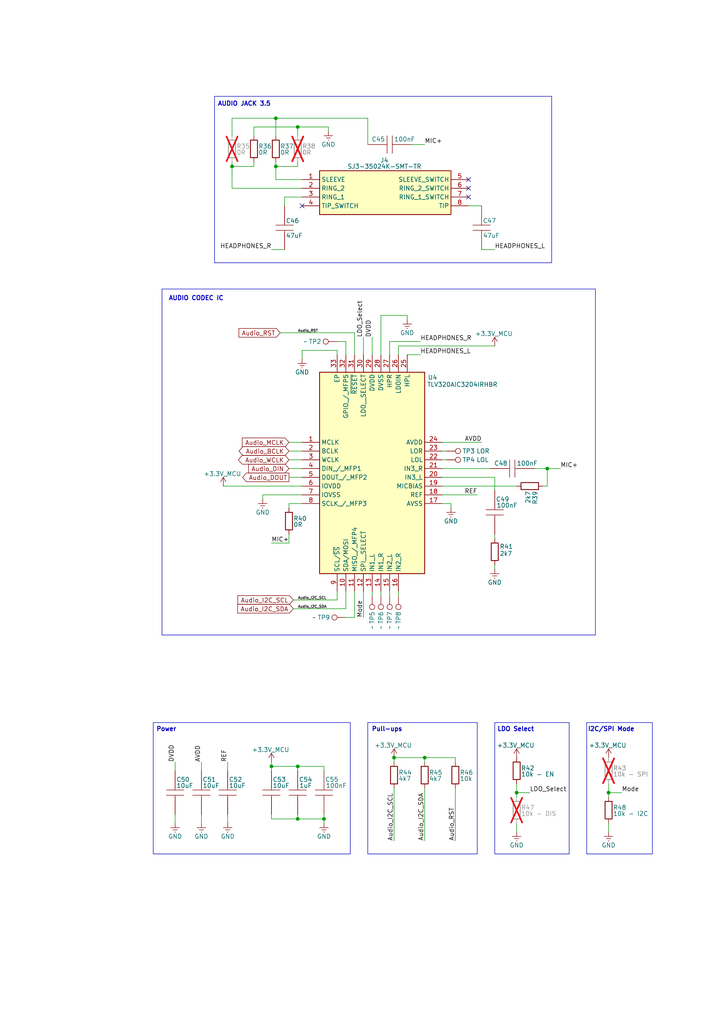
<source format=kicad_sch>
(kicad_sch (version 20231120) (generator "eeschema") (generator_version "8.0")
  (paper "A4" portrait)
  (lib_symbols
    (symbol "Connector:TestPoint" (pin_numbers hide) (pin_names (offset 0.762) hide)
      (property "Reference" "TP" (at 0 6.858 0))
      (property "Value" "TestPoint" (at 0 5.08 0))
      (symbol "TestPoint_0_1"
        (circle (center 0 3.302) (radius 0.762))
      )
      (symbol "TestPoint_1_1"
        (pin passive line (at 0 0 90) (length 2.54) (name "1") (number "1"))
      )
    )
    (symbol "Device:R" (pin_numbers hide) (pin_names (offset 0))
      (property "Reference" "R" (at 2.032 0 90))
      (property "Value" "R" (at 0 0 90))
      (symbol "R_0_1"
        (rectangle (start -1.016 -2.54) (end 1.016 2.54) (stroke (width 0.254)))
      )
      (symbol "R_1_1"
        (pin passive line (at 0 3.81 270) (length 1.27) (name "~") (number "1"))
        (pin passive line (at 0 -3.81 90) (length 1.27) (name "~") (number "2"))
      )
    )
    (symbol "RA8M1:885012205092" (pin_numbers hide) (pin_names (offset 0.762))
      (property "Reference" "C" (at 8.89 6.35 0))
      (property "Value" "885012205092" (at 8.89 3.81 0))
      (symbol "885012205092_0_0"
        (pin passive line (at 0 0 0) (length 5.08) (name "~") (number "1"))
        (pin passive line (at 12.7 0 180) (length 5.08) (name "~") (number "2"))
      )
      (symbol "885012205092_0_1"
        (polyline (pts (xy 5.08 0) (xy 5.588 0)) (stroke (width 0.1524)))
        (polyline (pts (xy 5.588 2.54) (xy 5.588 -2.54)) (stroke (width 0.1524)))
        (polyline (pts (xy 7.112 0) (xy 7.62 0)) (stroke (width 0.1524)))
        (polyline (pts (xy 7.112 2.54) (xy 7.112 -2.54)) (stroke (width 0.1524)))
      )
    )
    (symbol "RA8M1:SJ3-35024K-SMT-TR"
      (property "Reference" "J" (at 44.45 7.62 0))
      (property "Value" "SJ3-35024K-SMT-TR" (at 44.45 5.08 0))
      (symbol "SJ3-35024K-SMT-TR_1_1"
        (rectangle (start 5.08 2.54) (end 43.18 -10.16) (stroke (width 0.254)) (fill (type background)))
        (pin passive line (at 0 0 0) (length 5.08) (name "SLEEVE") (number "1"))
        (pin passive line (at 0 -2.54 0) (length 5.08) (name "RING_2") (number "2"))
        (pin passive line (at 0 -5.08 0) (length 5.08) (name "RING_1") (number "3"))
        (pin passive line (at 0 -7.62 0) (length 5.08) (name "TIP_SWITCH") (number "4"))
        (pin passive line (at 48.26 0 180) (length 5.08) (name "SLEEVE_SWITCH") (number "5"))
        (pin passive line (at 48.26 -2.54 180) (length 5.08) (name "RING_2_SWITCH") (number "6"))
        (pin passive line (at 48.26 -5.08 180) (length 5.08) (name "RING_1_SWITCH") (number "7"))
        (pin passive line (at 48.26 -7.62 180) (length 5.08) (name "TIP") (number "8"))
      )
    )
    (symbol "RA8M1:TLV320AIC3204IRHBR"
      (property "Reference" "IC" (at 36.83 25.4 0))
      (property "Value" "TLV320AIC3204IRHBR" (at 36.83 22.86 0))
      (symbol "TLV320AIC3204IRHBR_1_1"
        (rectangle (start 5.08 20.32) (end 35.56 -38.1) (stroke (width 0.254)) (fill (type background)))
        (pin passive line (at 0 0 0) (length 5.08) (name "MCLK") (number "1"))
        (pin passive line (at 12.7 -43.18 90) (length 5.08) (name "SDA/MOSI") (number "10"))
        (pin passive line (at 15.24 -43.18 90) (length 5.08) (name "MISO_/_MFP4") (number "11"))
        (pin passive line (at 17.78 -43.18 90) (length 5.08) (name "SPI__SELECT") (number "12"))
        (pin passive line (at 20.32 -43.18 90) (length 5.08) (name "IN1_L") (number "13"))
        (pin passive line (at 22.86 -43.18 90) (length 5.08) (name "IN1_R") (number "14"))
        (pin passive line (at 25.4 -43.18 90) (length 5.08) (name "IN2_L") (number "15"))
        (pin passive line (at 27.94 -43.18 90) (length 5.08) (name "IN2_R") (number "16"))
        (pin passive line (at 40.64 -17.78 180) (length 5.08) (name "AVSS") (number "17"))
        (pin passive line (at 40.64 -15.24 180) (length 5.08) (name "REF") (number "18"))
        (pin passive line (at 40.64 -12.7 180) (length 5.08) (name "MICBIAS") (number "19"))
        (pin passive line (at 0 -2.54 0) (length 5.08) (name "BCLK") (number "2"))
        (pin passive line (at 40.64 -10.16 180) (length 5.08) (name "IN3_L") (number "20"))
        (pin passive line (at 40.64 -7.62 180) (length 5.08) (name "IN3_R") (number "21"))
        (pin passive line (at 40.64 -5.08 180) (length 5.08) (name "LOL") (number "22"))
        (pin passive line (at 40.64 -2.54 180) (length 5.08) (name "LOR") (number "23"))
        (pin passive line (at 40.64 0 180) (length 5.08) (name "AVDD") (number "24"))
        (pin passive line (at 30.48 25.4 270) (length 5.08) (name "HPL") (number "25"))
        (pin passive line (at 27.94 25.4 270) (length 5.08) (name "LDOIN") (number "26"))
        (pin passive line (at 25.4 25.4 270) (length 5.08) (name "HPR") (number "27"))
        (pin passive line (at 22.86 25.4 270) (length 5.08) (name "DVSS") (number "28"))
        (pin passive line (at 20.32 25.4 270) (length 5.08) (name "DVDD") (number "29"))
        (pin passive line (at 0 -5.08 0) (length 5.08) (name "WCLK") (number "3"))
        (pin passive line (at 17.78 25.4 270) (length 5.08) (name "LDO__SELECT") (number "30"))
        (pin passive line (at 15.24 25.4 270) (length 5.08) (name "~{RESET}") (number "31"))
        (pin passive line (at 12.7 25.4 270) (length 5.08) (name "GPIO_/_MFP5") (number "32"))
        (pin passive line (at 10.16 25.4 270) (length 5.08) (name "EP") (number "33"))
        (pin passive line (at 0 -7.62 0) (length 5.08) (name "DIN_/_MFP1") (number "4"))
        (pin passive line (at 0 -10.16 0) (length 5.08) (name "DOUT_/_MFP2") (number "5"))
        (pin passive line (at 0 -12.7 0) (length 5.08) (name "IOVDD") (number "6"))
        (pin passive line (at 0 -15.24 0) (length 5.08) (name "IOVSS") (number "7"))
        (pin passive line (at 0 -17.78 0) (length 5.08) (name "SCLK_/_MFP3") (number "8"))
        (pin passive line (at 10.16 -43.18 90) (length 5.08) (name "SCL/~{SS}") (number "9"))
      )
    )
    (symbol "power:+3.3V" (power) (pin_numbers hide) (pin_names (offset 0) hide)
      (property "Value" "+3.3V" (at 0 3.556 0))
      (symbol "+3.3V_0_1"
        (polyline (pts (xy -0.762 1.27) (xy 0 2.54)))
        (polyline (pts (xy 0 0) (xy 0 2.54)))
        (polyline (pts (xy 0 2.54) (xy 0.762 1.27)))
      )
      (symbol "+3.3V_1_1"
        (pin power_in line (at 0 0 90) (length 0) (name "~") (number "1"))
      )
    )
    (symbol "power:Earth" (power) (pin_numbers hide) (pin_names (offset 0) hide)
      (property "Value" "Earth" (at 0 -3.81 0))
      (symbol "Earth_0_1"
        (polyline (pts (xy -0.635 -1.905) (xy 0.635 -1.905)))
        (polyline (pts (xy -0.127 -2.54) (xy 0.127 -2.54)))
        (polyline (pts (xy 0 -1.27) (xy 0 0)))
        (polyline (pts (xy 1.27 -1.27) (xy -1.27 -1.27)))
      )
      (symbol "Earth_1_1"
        (pin power_in line (at 0 0 270) (length 0) (name "~") (number "1"))
      )
    )
  )
  (junction (at 149.86 229.87))
  (junction (at 80.01 34.29))
  (junction (at 86.36 36.83))
  (junction (at 176.53 229.87))
  (junction (at 114.3 219.71))
  (junction (at 86.36 222.25))
  (junction (at 78.74 222.25))
  (junction (at 93.98 237.49))
  (junction (at 86.36 237.49))
  (junction (at 123.19 219.71))
  (junction (at 67.31 48.26))
  (junction (at 80.01 48.26))
  (junction (at 158.75 135.89))
  (no_connect (at 135.89 52.07))
  (no_connect (at 135.89 57.15))
  (no_connect (at 87.63 59.69))
  (no_connect (at 135.89 54.61))
  (wire (pts (xy 100.33 179.07) (xy 102.87 179.07)))
  (wire (pts (xy 105.41 97.79) (xy 105.41 102.87)))
  (wire (pts (xy 143.51 72.39) (xy 139.7 72.39)))
  (wire (pts (xy 80.01 34.29) (xy 80.01 39.37)))
  (wire (pts (xy 87.63 146.05) (xy 83.82 146.05)))
  (wire (pts (xy 86.36 222.25) (xy 78.74 222.25)))
  (wire (pts (xy 86.36 236.22) (xy 86.36 237.49)))
  (wire (pts (xy 123.19 219.71) (xy 123.19 220.98)))
  (wire (pts (xy 80.01 52.07) (xy 80.01 48.26)))
  (wire (pts (xy 76.2 143.51) (xy 76.2 144.78)))
  (wire (pts (xy 78.74 220.98) (xy 78.74 222.25)))
  (wire (pts (xy 80.01 48.26) (xy 80.01 46.99)))
  (wire (pts (xy 107.95 171.45) (xy 107.95 172.72)))
  (wire (pts (xy 58.42 220.98) (xy 58.42 223.52)))
  (wire (pts (xy 114.3 243.84) (xy 114.3 228.6)))
  (wire (pts (xy 100.33 176.53) (xy 100.33 171.45)))
  (wire (pts (xy 132.08 219.71) (xy 132.08 220.98)))
  (wire (pts (xy 93.98 223.52) (xy 93.98 222.25)))
  (wire (pts (xy 93.98 237.49) (xy 93.98 236.22)))
  (wire (pts (xy 67.31 34.29) (xy 80.01 34.29)))
  (wire (pts (xy 78.74 222.25) (xy 78.74 223.52)))
  (wire (pts (xy 149.86 229.87) (xy 149.86 231.14)))
  (wire (pts (xy 176.53 227.33) (xy 176.53 229.87)))
  (wire (pts (xy 118.11 91.44) (xy 110.49 91.44)))
  (wire (pts (xy 78.74 236.22) (xy 78.74 237.49)))
  (wire (pts (xy 130.81 146.05) (xy 130.81 147.32)))
  (wire (pts (xy 97.79 101.6) (xy 87.63 101.6)))
  (wire (pts (xy 86.36 223.52) (xy 86.36 222.25)))
  (wire (pts (xy 139.7 128.27) (xy 128.27 128.27)))
  (wire (pts (xy 95.25 36.83) (xy 95.25 38.1)))
  (wire (pts (xy 105.41 179.07) (xy 105.41 171.45)))
  (wire (pts (xy 123.19 219.71) (xy 132.08 219.71)))
  (wire (pts (xy 128.27 135.89) (xy 142.24 135.89)))
  (wire (pts (xy 58.42 238.76) (xy 58.42 236.22)))
  (wire (pts (xy 85.09 176.53) (xy 100.33 176.53)))
  (wire (pts (xy 78.74 237.49) (xy 86.36 237.49)))
  (wire (pts (xy 80.01 34.29) (xy 106.68 34.29)))
  (wire (pts (xy 97.79 99.06) (xy 100.33 99.06)))
  (wire (pts (xy 100.33 99.06) (xy 100.33 102.87)))
  (wire (pts (xy 78.74 157.48) (xy 83.82 157.48)))
  (wire (pts (xy 83.82 146.05) (xy 83.82 147.32)))
  (wire (pts (xy 86.36 237.49) (xy 93.98 237.49)))
  (wire (pts (xy 135.89 59.69) (xy 139.7 59.69)))
  (wire (pts (xy 67.31 39.37) (xy 67.31 34.29)))
  (wire (pts (xy 115.57 171.45) (xy 115.57 172.72)))
  (wire (pts (xy 66.04 238.76) (xy 66.04 236.22)))
  (wire (pts (xy 110.49 91.44) (xy 110.49 102.87)))
  (wire (pts (xy 83.82 130.81) (xy 87.63 130.81)))
  (wire (pts (xy 50.8 238.76) (xy 50.8 236.22)))
  (wire (pts (xy 64.77 140.97) (xy 87.63 140.97)))
  (wire (pts (xy 82.55 57.15) (xy 87.63 57.15)))
  (wire (pts (xy 115.57 100.33) (xy 115.57 102.87)))
  (wire (pts (xy 158.75 135.89) (xy 162.56 135.89)))
  (wire (pts (xy 87.63 101.6) (xy 87.63 104.14)))
  (wire (pts (xy 97.79 102.87) (xy 97.79 101.6)))
  (wire (pts (xy 176.53 238.76) (xy 176.53 241.3)))
  (wire (pts (xy 97.79 173.99) (xy 97.79 171.45)))
  (wire (pts (xy 83.82 133.35) (xy 87.63 133.35)))
  (wire (pts (xy 153.67 229.87) (xy 149.86 229.87)))
  (wire (pts (xy 106.68 34.29) (xy 106.68 41.91)))
  (wire (pts (xy 138.43 143.51) (xy 128.27 143.51)))
  (wire (pts (xy 143.51 142.24) (xy 143.51 138.43)))
  (wire (pts (xy 83.82 128.27) (xy 87.63 128.27)))
  (wire (pts (xy 107.95 97.79) (xy 107.95 102.87)))
  (wire (pts (xy 158.75 140.97) (xy 158.75 135.89)))
  (wire (pts (xy 102.87 96.52) (xy 102.87 102.87)))
  (wire (pts (xy 113.03 171.45) (xy 113.03 172.72)))
  (wire (pts (xy 143.51 154.94) (xy 143.51 156.21)))
  (wire (pts (xy 121.92 99.06) (xy 113.03 99.06)))
  (wire (pts (xy 87.63 143.51) (xy 76.2 143.51)))
  (wire (pts (xy 154.94 135.89) (xy 158.75 135.89)))
  (wire (pts (xy 67.31 48.26) (xy 73.66 48.26)))
  (wire (pts (xy 93.98 238.76) (xy 93.98 237.49)))
  (wire (pts (xy 132.08 243.84) (xy 132.08 228.6)))
  (wire (pts (xy 123.19 41.91) (xy 119.38 41.91)))
  (wire (pts (xy 123.19 243.84) (xy 123.19 228.6)))
  (wire (pts (xy 143.51 138.43) (xy 128.27 138.43)))
  (wire (pts (xy 82.55 59.69) (xy 82.55 57.15)))
  (wire (pts (xy 86.36 36.83) (xy 86.36 39.37)))
  (wire (pts (xy 157.48 140.97) (xy 158.75 140.97)))
  (wire (pts (xy 66.04 220.98) (xy 66.04 223.52)))
  (wire (pts (xy 149.86 238.76) (xy 149.86 241.3)))
  (wire (pts (xy 86.36 36.83) (xy 95.25 36.83)))
  (wire (pts (xy 113.03 99.06) (xy 113.03 102.87)))
  (wire (pts (xy 81.28 96.52) (xy 102.87 96.52)))
  (wire (pts (xy 180.34 229.87) (xy 176.53 229.87)))
  (wire (pts (xy 114.3 220.98) (xy 114.3 219.71)))
  (wire (pts (xy 83.82 157.48) (xy 83.82 154.94)))
  (wire (pts (xy 143.51 165.1) (xy 143.51 163.83)))
  (wire (pts (xy 83.82 138.43) (xy 87.63 138.43)))
  (wire (pts (xy 118.11 91.44) (xy 118.11 92.71)))
  (wire (pts (xy 128.27 130.81) (xy 129.54 130.81)))
  (wire (pts (xy 86.36 48.26) (xy 86.36 46.99)))
  (wire (pts (xy 83.82 135.89) (xy 87.63 135.89)))
  (wire (pts (xy 85.09 173.99) (xy 97.79 173.99)))
  (wire (pts (xy 80.01 48.26) (xy 86.36 48.26)))
  (wire (pts (xy 50.8 220.98) (xy 50.8 223.52)))
  (wire (pts (xy 149.86 227.33) (xy 149.86 229.87)))
  (wire (pts (xy 93.98 222.25) (xy 86.36 222.25)))
  (wire (pts (xy 73.66 39.37) (xy 73.66 36.83)))
  (wire (pts (xy 78.74 72.39) (xy 82.55 72.39)))
  (wire (pts (xy 73.66 48.26) (xy 73.66 46.99)))
  (wire (pts (xy 67.31 54.61) (xy 67.31 48.26)))
  (wire (pts (xy 128.27 146.05) (xy 130.81 146.05)))
  (wire (pts (xy 73.66 36.83) (xy 86.36 36.83)))
  (wire (pts (xy 121.92 102.87) (xy 118.11 102.87)))
  (wire (pts (xy 87.63 52.07) (xy 80.01 52.07)))
  (wire (pts (xy 143.51 100.33) (xy 115.57 100.33)))
  (wire (pts (xy 128.27 133.35) (xy 129.54 133.35)))
  (wire (pts (xy 102.87 179.07) (xy 102.87 171.45)))
  (wire (pts (xy 128.27 140.97) (xy 149.86 140.97)))
  (wire (pts (xy 87.63 54.61) (xy 67.31 54.61)))
  (wire (pts (xy 67.31 48.26) (xy 67.31 46.99)))
  (wire (pts (xy 110.49 171.45) (xy 110.49 172.72)))
  (wire (pts (xy 114.3 219.71) (xy 123.19 219.71)))
  (wire (pts (xy 176.53 229.87) (xy 176.53 231.14)))
  (rectangle (start 62.23 27.94) (end 160.02 76.2))
  (rectangle (start 44.45 209.55) (end 101.6 247.65))
  (rectangle (start 106.68 209.55) (end 138.43 247.65))
  (rectangle (start 46.99 83.82) (end 172.72 184.15))
  (rectangle (start 170.18 209.55) (end 189.23 247.65))
  (rectangle (start 143.51 209.55) (end 165.1 247.65))
  (text "LDO Select" (at 149.606 211.582 0) (effects (font (size 1.27 1.27) (thickness 0.254) (bold yes))))
  (text "AUDIO JACK 3.5" (at 70.866 30.226 0) (effects (font (size 1.27 1.27) (thickness 0.254) (bold yes))))
  (text "AUDIO CODEC IC" (at 56.896 86.614 0) (effects (font (size 1.27 1.27) (thickness 0.254) (bold yes))))
  (text "Power" (at 48.26 211.582 0) (effects (font (size 1.27 1.27) (thickness 0.254) (bold yes))))
  (text "I2C/SPI Mode" (at 177.292 211.582 0) (effects (font (size 1.27 1.27) (thickness 0.254) (bold yes))))
  (text "Pull-ups" (at 112.268 211.582 0) (effects (font (size 1.27 1.27) (thickness 0.254) (bold yes))))
  (label "HEADPHONES_R" (at 78.74 72.39 180))
  (label "MIC+" (at 123.19 41.91 0))
  (label "MIC+" (at 162.56 135.89 0))
  (label "Audio_RST" (at 132.08 243.84 90))
  (label "Audio_I2C_SCL" (at 114.3 243.84 90))
  (label "AVDD" (at 139.7 128.27 180))
  (label "Mode" (at 105.41 179.07 90))
  (label "Audio_I2C_SDA" (at 86.36 176.53 0) (effects (font (size 0.762 0.762))))
  (label "AVDD" (at 58.42 220.98 90))
  (label "Mode" (at 180.34 229.87 0))
  (label "Audio_RST" (at 86.36 96.52 0) (effects (font (size 0.762 0.762))))
  (label "Audio_I2C_SDA" (at 123.19 243.84 90))
  (label "DVDD" (at 107.95 97.79 90))
  (label "Audio_I2C_SCL" (at 86.36 173.99 0) (effects (font (size 0.762 0.762))))
  (label "REF" (at 138.43 143.51 180))
  (label "LDO_Select" (at 105.41 97.79 90))
  (label "HEADPHONES_L" (at 143.51 72.39 0))
  (label "LDO_Select" (at 153.67 229.87 0))
  (label "REF" (at 66.04 220.98 90))
  (label "DVDD" (at 50.8 220.98 90))
  (label "MIC+" (at 78.74 157.48 0))
  (label "HEADPHONES_R" (at 121.92 99.06 0))
  (label "HEADPHONES_L" (at 121.92 102.87 0))
  (global_label "Audio_I2C_SDA" (shape input) (at 85.09 176.53 180) (property "Intersheetrefs" "${INTERSHEET_REFS}" (effects (hide yes))))
  (global_label "Audio_RST" (shape input) (at 81.28 96.52 180) (property "Intersheetrefs" "${INTERSHEET_REFS}" (effects (hide yes))))
  (global_label "Audio_BCLK" (shape bidirectional) (at 83.82 130.81 180) (property "Intersheetrefs" "${INTERSHEET_REFS}" (effects (hide yes))))
  (global_label "Audio_MCLK" (shape input) (at 83.82 128.27 180) (property "Intersheetrefs" "${INTERSHEET_REFS}" (effects (hide yes))))
  (global_label "Audio_DOUT" (shape output) (at 83.82 138.43 180) (property "Intersheetrefs" "${INTERSHEET_REFS}" (effects (hide yes))))
  (global_label "Audio_I2C_SCL" (shape input) (at 85.09 173.99 180) (property "Intersheetrefs" "${INTERSHEET_REFS}" (effects (hide yes))))
  (global_label "Audio_WCLK" (shape bidirectional) (at 83.82 133.35 180) (property "Intersheetrefs" "${INTERSHEET_REFS}" (effects (hide yes))))
  (global_label "Audio_DIN" (shape input) (at 83.82 135.89 180) (property "Intersheetrefs" "${INTERSHEET_REFS}" (effects (hide yes))))
  (symbol (lib_id "Device:R") (at 149.86 234.95 0) (unit 1) (dnp yes)
    (property "Reference" "R47" (at 151.13 234.188 0) (effects (justify left)))
    (property "Value" "10k - DIS" (at 151.13 235.966 0) (effects (justify left)))
    (property "Footprint" "Resistor_SMD:R_0402_1005Metric" (effects (hide yes)))
    (property "Description" "Resistor" (effects (hide yes)))
    (property "Manufacturer" "Würth Elektronik" (effects (hide yes)))
    (property "MPN" "560112110020" (effects (hide yes)))
  )
  (symbol (lib_id "power:+3.3V") (at 143.51 100.33 0) (unit 1)
    (property "Reference" "#PWR068" (effects (hide yes)))
    (property "Value" "+3.3V_MCU" (at 143.256 96.774 0))
    (property "Description" "Power symbol creates a global label with name \"+3.3V\"" (effects (hide yes)))
  )
  (symbol (lib_id "RA8M1:885012205092") (at 66.04 236.22 90) (unit 1)
    (property "Reference" "C52" (at 68.326 226.06 90))
    (property "Value" "10uF" (at 68.834 227.838 90))
    (property "Footprint" "Capacitor_SMD:C_0402_1005Metric" (effects (hide yes)))
    (property "Height" "0.7" (effects (hide yes)))
    (property "Manufacturer" "Wurth Elektronik" (effects (hide yes)))
    (property "MPN" "885012105020" (effects (hide yes)))
  )
  (symbol (lib_id "Connector:TestPoint") (at 129.54 130.81 270) (unit 1)
    (property "Reference" "TP3" (at 134.112 130.81 90) (effects (justify left)))
    (property "Value" "LOR" (at 138.176 130.81 90) (effects (justify left)))
    (property "Footprint" "RA8M1:TestPoint_0.5mm" (effects (hide yes)))
    (property "Description" "test point" (effects (hide yes)))
  )
  (symbol (lib_id "power:Earth") (at 66.04 238.76 0) (unit 1)
    (property "Reference" "#PWR080" (effects (hide yes)))
    (property "Value" "GND" (at 66.04 242.57 0))
    (property "Description" "Power symbol creates a global label with name \"Earth\"" (effects (hide yes)))
  )
  (symbol (lib_id "power:Earth") (at 149.86 241.3 0) (unit 1)
    (property "Reference" "#PWR082" (effects (hide yes)))
    (property "Value" "GND" (at 149.86 245.11 0))
    (property "Description" "Power symbol creates a global label with name \"Earth\"" (effects (hide yes)))
  )
  (symbol (lib_id "Device:R") (at 67.31 43.18 0) (unit 1) (dnp yes)
    (property "Reference" "R35" (at 68.58 42.418 0) (effects (justify left)))
    (property "Value" "0R" (at 68.58 44.196 0) (effects (justify left)))
    (property "Footprint" "Resistor_SMD:R_0402_1005Metric" (effects (hide yes)))
    (property "Description" "Resistor" (effects (hide yes)))
    (property "Manufacturer" "Würth Elektronik" (effects (hide yes)))
    (property "MPN" " 560112110001" (effects (hide yes)))
  )
  (symbol (lib_id "Device:R") (at 132.08 224.79 0) (unit 1)
    (property "Reference" "R46" (at 133.35 224.028 0) (effects (justify left)))
    (property "Value" "10k" (at 133.35 225.806 0) (effects (justify left)))
    (property "Footprint" "Resistor_SMD:R_0402_1005Metric" (effects (hide yes)))
    (property "Description" "Resistor" (effects (hide yes)))
    (property "Manufacturer" "Würth Elektronik" (effects (hide yes)))
    (property "MPN" "560112110020" (effects (hide yes)))
  )
  (symbol (lib_id "RA8M1:885012205092") (at 154.94 135.89 180) (unit 1)
    (property "Reference" "C48" (at 145.288 134.366 0))
    (property "Value" "100nF" (at 152.908 134.366 0))
    (property "Footprint" "Capacitor_SMD:C_0402_1005Metric" (effects (hide yes)))
    (property "Height" "0.7" (effects (hide yes)))
    (property "Manufacturer" "Wurth Elektronik" (effects (hide yes)))
    (property "MPN" "885012205092" (effects (hide yes)))
  )
  (symbol (lib_id "power:Earth") (at 87.63 104.14 0) (unit 1)
    (property "Reference" "#PWR069" (effects (hide yes)))
    (property "Value" "GND" (at 87.63 107.95 0))
    (property "Description" "Power symbol creates a global label with name \"Earth\"" (effects (hide yes)))
  )
  (symbol (lib_id "Device:R") (at 153.67 140.97 90) (unit 1)
    (property "Reference" "R39" (at 155.194 146.304 0) (effects (justify left)))
    (property "Value" "2k7" (at 153.162 146.05 0) (effects (justify left)))
    (property "Footprint" "Resistor_SMD:R_0402_1005Metric" (effects (hide yes)))
    (property "Description" "Resistor" (effects (hide yes)))
    (property "Manufacturer" "Würth Elektronik" (effects (hide yes)))
    (property "MPN" "560112110266" (effects (hide yes)))
  )
  (symbol (lib_id "RA8M1:TLV320AIC3204IRHBR") (at 87.63 128.27 0) (unit 1)
    (property "Reference" "U4" (at 125.476 109.474 0))
    (property "Value" "TLV320AIC3204IRHBR" (at 134.112 111.506 0))
    (property "Footprint" "RA8M1:QFN50P500X500X100-33N-D" (effects (hide yes)))
    (property "Datasheet" "http://www.ti.com/lit/gpn/tlv320aic3204" (effects (hide yes)))
    (property "Description" "Very-Low-Power Stereo Audio CODEC With PowerTune Technology" (effects (hide yes)))
    (property "Height" "1" (effects (hide yes)))
    (property "Mouser Part Number" "595-V320AIC3204IRHBR" (effects (hide yes)))
    (property "Mouser Price/Stock" "https://www.mouser.co.uk/ProductDetail/Texas-Instruments/TLV320AIC3204IRHBR?qs=QJfls%252B0L4ChDpvXOhuEdtQ%3D%3D" (effects (hide yes)))
    (property "Manufacturer_Name" "Texas Instruments" (effects (hide yes)))
    (property "Manufacturer_Part_Number" "TLV320AIC3204IRHBR" (effects (hide yes)))
  )
  (symbol (lib_id "RA8M1:885012205092") (at 78.74 236.22 90) (unit 1)
    (property "Reference" "C53" (at 81.026 226.06 90))
    (property "Value" "10uF" (at 81.534 227.838 90))
    (property "Footprint" "Capacitor_SMD:C_0402_1005Metric" (effects (hide yes)))
    (property "Height" "0.7" (effects (hide yes)))
    (property "Manufacturer" "Wurth Elektronik" (effects (hide yes)))
    (property "MPN" "885012105020" (effects (hide yes)))
  )
  (symbol (lib_id "RA8M1:885012205092") (at 143.51 154.94 90) (unit 1)
    (property "Reference" "C49" (at 145.796 144.78 90))
    (property "Value" "100nF" (at 147.066 146.558 90))
    (property "Footprint" "Capacitor_SMD:C_0402_1005Metric" (effects (hide yes)))
    (property "Height" "0.7" (effects (hide yes)))
    (property "Manufacturer" "Wurth Elektronik" (effects (hide yes)))
    (property "MPN" "885012205092" (effects (hide yes)))
  )
  (symbol (lib_id "Device:R") (at 83.82 151.13 0) (unit 1)
    (property "Reference" "R40" (at 85.09 150.368 0) (effects (justify left)))
    (property "Value" "0R" (at 85.09 152.146 0) (effects (justify left)))
    (property "Footprint" "Resistor_SMD:R_0402_1005Metric" (effects (hide yes)))
    (property "Description" "Resistor" (effects (hide yes)))
    (property "Manufacturer" "Würth Elektronik" (effects (hide yes)))
    (property "MPN" " 560112110001" (effects (hide yes)))
  )
  (symbol (lib_id "Device:R") (at 86.36 43.18 0) (unit 1) (dnp yes)
    (property "Reference" "R38" (at 87.63 42.418 0) (effects (justify left)))
    (property "Value" "0R" (at 87.63 44.196 0) (effects (justify left)))
    (property "Footprint" "Resistor_SMD:R_0402_1005Metric" (effects (hide yes)))
    (property "Description" "Resistor" (effects (hide yes)))
    (property "Manufacturer" "Würth Elektronik" (effects (hide yes)))
    (property "MPN" " 560112110001" (effects (hide yes)))
  )
  (symbol (lib_id "Connector:TestPoint") (at 129.54 133.35 270) (unit 1)
    (property "Reference" "TP4" (at 134.112 133.35 90) (effects (justify left)))
    (property "Value" "LOL" (at 138.176 133.35 90) (effects (justify left)))
    (property "Footprint" "RA8M1:TestPoint_0.5mm" (effects (hide yes)))
    (property "Description" "test point" (effects (hide yes)))
  )
  (symbol (lib_id "Connector:TestPoint") (at 110.49 172.72 180) (unit 1)
    (property "Reference" "TP6" (at 110.49 177.292 90) (effects (justify left)))
    (property "Value" "~" (at 110.49 181.356 90) (effects (justify left)))
    (property "Footprint" "RA8M1:TestPoint_0.5mm" (effects (hide yes)))
    (property "Description" "test point" (effects (hide yes)))
  )
  (symbol (lib_id "power:+3.3V") (at 149.86 219.71 0) (unit 1)
    (property "Reference" "#PWR075" (effects (hide yes)))
    (property "Value" "+3.3V_MCU" (at 149.606 216.154 0))
    (property "Description" "Power symbol creates a global label with name \"+3.3V\"" (effects (hide yes)))
  )
  (symbol (lib_id "Device:R") (at 80.01 43.18 0) (unit 1)
    (property "Reference" "R37" (at 81.28 42.418 0) (effects (justify left)))
    (property "Value" "0R" (at 81.28 44.196 0) (effects (justify left)))
    (property "Footprint" "Resistor_SMD:R_0402_1005Metric" (effects (hide yes)))
    (property "Description" "Resistor" (effects (hide yes)))
    (property "Manufacturer" "Würth Elektronik" (effects (hide yes)))
    (property "MPN" " 560112110001" (effects (hide yes)))
  )
  (symbol (lib_id "RA8M1:885012205092") (at 86.36 236.22 90) (unit 1)
    (property "Reference" "C54" (at 88.646 226.06 90))
    (property "Value" "1uF" (at 88.646 227.838 90))
    (property "Footprint" "Capacitor_SMD:C_0402_1005Metric" (effects (hide yes)))
    (property "Height" "0.7" (effects (hide yes)))
    (property "Manufacturer" "Wurth Elektronik" (effects (hide yes)))
    (property "MPN" "885012105006" (effects (hide yes)))
  )
  (symbol (lib_id "RA8M1:885012205092") (at 93.98 236.22 90) (unit 1)
    (property "Reference" "C55" (at 96.266 226.06 90))
    (property "Value" "100nF" (at 97.536 227.838 90))
    (property "Footprint" "Capacitor_SMD:C_0402_1005Metric" (effects (hide yes)))
    (property "Height" "0.7" (effects (hide yes)))
    (property "Manufacturer" "Wurth Elektronik" (effects (hide yes)))
    (property "MPN" "885012205092" (effects (hide yes)))
  )
  (symbol (lib_id "power:Earth") (at 58.42 238.76 0) (unit 1)
    (property "Reference" "#PWR079" (effects (hide yes)))
    (property "Value" "GND" (at 58.42 242.57 0))
    (property "Description" "Power symbol creates a global label with name \"Earth\"" (effects (hide yes)))
  )
  (symbol (lib_id "Connector:TestPoint") (at 97.79 99.06 90) (unit 1)
    (property "Reference" "TP2" (at 93.218 99.06 90) (effects (justify left)))
    (property "Value" "~" (at 89.154 99.06 90) (effects (justify left)))
    (property "Footprint" "RA8M1:TestPoint_0.5mm" (effects (hide yes)))
    (property "Description" "test point" (effects (hide yes)))
  )
  (symbol (lib_id "power:+3.3V") (at 176.53 219.71 0) (unit 1)
    (property "Reference" "#PWR076" (effects (hide yes)))
    (property "Value" "+3.3V_MCU" (at 176.276 216.154 0))
    (property "Description" "Power symbol creates a global label with name \"+3.3V\"" (effects (hide yes)))
  )
  (symbol (lib_id "Device:R") (at 143.51 160.02 180) (unit 1)
    (property "Reference" "R41" (at 148.844 158.496 0) (effects (justify left)))
    (property "Value" "2k7" (at 148.59 160.528 0) (effects (justify left)))
    (property "Footprint" "Resistor_SMD:R_0402_1005Metric" (effects (hide yes)))
    (property "Description" "Resistor" (effects (hide yes)))
    (property "Manufacturer" "Würth Elektronik" (effects (hide yes)))
    (property "MPN" "560112110266" (effects (hide yes)))
  )
  (symbol (lib_id "RA8M1:885012205092") (at 50.8 236.22 90) (unit 1)
    (property "Reference" "C50" (at 53.086 226.06 90))
    (property "Value" "10uF" (at 53.594 227.838 90))
    (property "Footprint" "Capacitor_SMD:C_0402_1005Metric" (effects (hide yes)))
    (property "Height" "0.7" (effects (hide yes)))
    (property "Manufacturer" "Wurth Elektronik" (effects (hide yes)))
    (property "MPN" "885012105020" (effects (hide yes)))
  )
  (symbol (lib_id "Device:R") (at 73.66 43.18 0) (unit 1)
    (property "Reference" "R36" (at 74.93 42.418 0) (effects (justify left)))
    (property "Value" "0R" (at 74.93 44.196 0) (effects (justify left)))
    (property "Footprint" "Resistor_SMD:R_0402_1005Metric" (effects (hide yes)))
    (property "Description" "Resistor" (effects (hide yes)))
    (property "Manufacturer" "Würth Elektronik" (effects (hide yes)))
    (property "MPN" " 560112110001" (effects (hide yes)))
  )
  (symbol (lib_id "power:Earth") (at 143.51 165.1 0) (unit 1)
    (property "Reference" "#PWR073" (effects (hide yes)))
    (property "Value" "GND" (at 143.51 168.91 0))
    (property "Description" "Power symbol creates a global label with name \"Earth\"" (effects (hide yes)))
  )
  (symbol (lib_id "power:Earth") (at 76.2 144.78 0) (unit 1)
    (property "Reference" "#PWR071" (effects (hide yes)))
    (property "Value" "GND" (at 76.2 148.59 0))
    (property "Description" "Power symbol creates a global label with name \"Earth\"" (effects (hide yes)))
  )
  (symbol (lib_id "Connector:TestPoint") (at 113.03 172.72 180) (unit 1)
    (property "Reference" "TP7" (at 113.03 177.292 90) (effects (justify left)))
    (property "Value" "~" (at 113.03 181.356 90) (effects (justify left)))
    (property "Footprint" "RA8M1:TestPoint_0.5mm" (effects (hide yes)))
    (property "Description" "test point" (effects (hide yes)))
  )
  (symbol (lib_id "Connector:TestPoint") (at 107.95 172.72 180) (unit 1)
    (property "Reference" "TP5" (at 107.95 177.292 90) (effects (justify left)))
    (property "Value" "~" (at 107.95 181.356 90) (effects (justify left)))
    (property "Footprint" "RA8M1:TestPoint_0.5mm" (effects (hide yes)))
    (property "Description" "test point" (effects (hide yes)))
  )
  (symbol (lib_id "Device:R") (at 176.53 223.52 0) (unit 1) (dnp yes)
    (property "Reference" "R43" (at 177.8 222.758 0) (effects (justify left)))
    (property "Value" "10k - SPI" (at 177.8 224.536 0) (effects (justify left)))
    (property "Footprint" "Resistor_SMD:R_0402_1005Metric" (effects (hide yes)))
    (property "Description" "Resistor" (effects (hide yes)))
    (property "Manufacturer" "Würth Elektronik" (effects (hide yes)))
    (property "MPN" "560112110020" (effects (hide yes)))
  )
  (symbol (lib_id "Device:R") (at 114.3 224.79 0) (unit 1)
    (property "Reference" "R44" (at 115.57 224.028 0) (effects (justify left)))
    (property "Value" "4k7" (at 115.57 225.806 0) (effects (justify left)))
    (property "Footprint" "Resistor_SMD:R_0402_1005Metric" (effects (hide yes)))
    (property "Description" "Resistor" (effects (hide yes)))
    (property "Manufacturer" "Würth Elektronik" (effects (hide yes)))
    (property "MPN" "560112110245" (effects (hide yes)))
  )
  (symbol (lib_id "RA8M1:SJ3-35024K-SMT-TR") (at 87.63 52.07 0) (unit 1)
    (property "Reference" "J4" (at 111.506 46.482 0))
    (property "Value" "SJ3-35024K-SMT-TR" (at 111.506 48.26 0))
    (property "Footprint" "RA8M1:SJ335024KSMTTR" (effects (hide yes)))
    (property "Datasheet" "https://www.sameskydevices.com/product/resource/supplyframepdf/sj3-35024k-smt-tr.pdf" (effects (hide yes)))
    (property "Description" "3.5 mm Stereo Jack, Surface Mount, 4 Conductors, 4 Internal Switches,  Tape & Reel Packaging" (effects (hide yes)))
    (property "Height" "5.65" (effects (hide yes)))
    (property "Mouser Part Number" "179-SJ3-35024K-SMTTR" (effects (hide yes)))
    (property "Mouser Price/Stock" "https://www.mouser.co.uk/ProductDetail/CUI-Devices/SJ3-35024K-SMT-TR?qs=IKkN%2F947nfAGeqZNQaFZ2g%3D%3D" (effects (hide yes)))
    (property "Manufacturer" "Same Sky" (effects (hide yes)))
    (property "MPN" "SJ3-35024K-SMT-TR" (effects (hide yes)))
  )
  (symbol (lib_id "power:Earth") (at 176.53 241.3 0) (unit 1)
    (property "Reference" "#PWR083" (effects (hide yes)))
    (property "Value" "GND" (at 176.53 245.11 0))
    (property "Description" "Power symbol creates a global label with name \"Earth\"" (effects (hide yes)))
  )
  (symbol (lib_id "Device:R") (at 176.53 234.95 0) (unit 1)
    (property "Reference" "R48" (at 177.8 234.188 0) (effects (justify left)))
    (property "Value" "10k - I2C" (at 177.8 235.966 0) (effects (justify left)))
    (property "Footprint" "Resistor_SMD:R_0402_1005Metric" (effects (hide yes)))
    (property "Description" "Resistor" (effects (hide yes)))
    (property "Manufacturer" "Würth Elektronik" (effects (hide yes)))
    (property "MPN" "560112110020" (effects (hide yes)))
  )
  (symbol (lib_id "power:+3.3V") (at 114.3 219.71 0) (unit 1)
    (property "Reference" "#PWR074" (effects (hide yes)))
    (property "Value" "+3.3V_MCU" (at 114.046 216.154 0))
    (property "Description" "Power symbol creates a global label with name \"+3.3V\"" (effects (hide yes)))
  )
  (symbol (lib_id "RA8M1:885012205092") (at 119.38 41.91 180) (unit 1)
    (property "Reference" "C45" (at 109.728 40.386 0))
    (property "Value" "100nF" (at 117.348 40.386 0))
    (property "Footprint" "Capacitor_SMD:C_0402_1005Metric" (effects (hide yes)))
    (property "Height" "0.7" (effects (hide yes)))
    (property "Manufacturer" "Wurth Elektronik" (effects (hide yes)))
    (property "MPN" "885012205092" (effects (hide yes)))
  )
  (symbol (lib_id "power:+3.3V") (at 64.77 140.97 0) (unit 1)
    (property "Reference" "#PWR070" (effects (hide yes)))
    (property "Value" "+3.3V_MCU" (at 64.516 137.414 0))
    (property "Description" "Power symbol creates a global label with name \"+3.3V\"" (effects (hide yes)))
  )
  (symbol (lib_id "Connector:TestPoint") (at 115.57 172.72 180) (unit 1)
    (property "Reference" "TP8" (at 115.57 177.292 90) (effects (justify left)))
    (property "Value" "~" (at 115.57 181.356 90) (effects (justify left)))
    (property "Footprint" "RA8M1:TestPoint_0.5mm" (effects (hide yes)))
    (property "Description" "test point" (effects (hide yes)))
  )
  (symbol (lib_id "Connector:TestPoint") (at 100.33 179.07 90) (unit 1)
    (property "Reference" "TP9" (at 95.758 179.07 90) (effects (justify left)))
    (property "Value" "~" (at 91.694 179.07 90) (effects (justify left)))
    (property "Footprint" "RA8M1:TestPoint_0.5mm" (effects (hide yes)))
    (property "Description" "test point" (effects (hide yes)))
  )
  (symbol (lib_id "power:Earth") (at 93.98 238.76 0) (unit 1)
    (property "Reference" "#PWR081" (effects (hide yes)))
    (property "Value" "GND" (at 93.98 242.57 0))
    (property "Description" "Power symbol creates a global label with name \"Earth\"" (effects (hide yes)))
  )
  (symbol (lib_id "power:Earth") (at 130.81 147.32 0) (unit 1)
    (property "Reference" "#PWR072" (effects (hide yes)))
    (property "Value" "GND" (at 130.81 151.13 0))
    (property "Description" "Power symbol creates a global label with name \"Earth\"" (effects (hide yes)))
  )
  (symbol (lib_id "RA8M1:885012205092") (at 58.42 236.22 90) (unit 1)
    (property "Reference" "C51" (at 60.706 226.06 90))
    (property "Value" "10uF" (at 61.214 227.838 90))
    (property "Footprint" "Capacitor_SMD:C_0402_1005Metric" (effects (hide yes)))
    (property "Height" "0.7" (effects (hide yes)))
    (property "Manufacturer" "Wurth Elektronik" (effects (hide yes)))
    (property "MPN" "885012105020" (effects (hide yes)))
  )
  (symbol (lib_id "RA8M1:885012205092") (at 139.7 59.69 270) (unit 1)
    (property "Reference" "C47" (at 141.986 64.008 90))
    (property "Value" "47uF" (at 142.494 68.326 90))
    (property "Footprint" "Capacitor_SMD:C_0805_2012Metric" (effects (hide yes)))
    (property "Height" "0.7" (effects (hide yes)))
    (property "Manufacturer" "Wurth Elektronik" (effects (hide yes)))
    (property "MPN" " 885012107006" (effects (hide yes)))
  )
  (symbol (lib_id "RA8M1:885012205092") (at 82.55 59.69 270) (unit 1)
    (property "Reference" "C46" (at 84.836 64.008 90))
    (property "Value" "47uF" (at 85.344 68.326 90))
    (property "Footprint" "Capacitor_SMD:C_0805_2012Metric" (effects (hide yes)))
    (property "Height" "0.7" (effects (hide yes)))
    (property "Manufacturer" "Wurth Elektronik" (effects (hide yes)))
    (property "MPN" " 885012107006" (effects (hide yes)))
  )
  (symbol (lib_id "power:Earth") (at 118.11 92.71 0) (unit 1)
    (property "Reference" "#PWR067" (effects (hide yes)))
    (property "Value" "GND" (at 118.11 96.52 0))
    (property "Description" "Power symbol creates a global label with name \"Earth\"" (effects (hide yes)))
  )
  (symbol (lib_id "Device:R") (at 123.19 224.79 0) (unit 1)
    (property "Reference" "R45" (at 124.46 224.028 0) (effects (justify left)))
    (property "Value" "4k7" (at 124.46 225.806 0) (effects (justify left)))
    (property "Footprint" "Resistor_SMD:R_0402_1005Metric" (effects (hide yes)))
    (property "Description" "Resistor" (effects (hide yes)))
    (property "Manufacturer" "Würth Elektronik" (effects (hide yes)))
    (property "MPN" "560112110245" (effects (hide yes)))
  )
  (symbol (lib_id "power:+3.3V") (at 78.74 220.98 0) (unit 1)
    (property "Reference" "#PWR077" (effects (hide yes)))
    (property "Value" "+3.3V_MCU" (at 78.486 217.424 0))
    (property "Description" "Power symbol creates a global label with name \"+3.3V\"" (effects (hide yes)))
  )
  (symbol (lib_id "power:Earth") (at 50.8 238.76 0) (unit 1)
    (property "Reference" "#PWR078" (effects (hide yes)))
    (property "Value" "GND" (at 50.8 242.57 0))
    (property "Description" "Power symbol creates a global label with name \"Earth\"" (effects (hide yes)))
  )
  (symbol (lib_id "power:Earth") (at 95.25 38.1 0) (unit 1)
    (property "Reference" "#PWR066" (effects (hide yes)))
    (property "Value" "GND" (at 95.25 41.91 0))
    (property "Description" "Power symbol creates a global label with name \"Earth\"" (effects (hide yes)))
  )
  (symbol (lib_id "Device:R") (at 149.86 223.52 0) (unit 1)
    (property "Reference" "R42" (at 151.13 222.758 0) (effects (justify left)))
    (property "Value" "10k - EN" (at 151.13 224.536 0) (effects (justify left)))
    (property "Footprint" "Resistor_SMD:R_0402_1005Metric" (effects (hide yes)))
    (property "Description" "Resistor" (effects (hide yes)))
    (property "Manufacturer" "Würth Elektronik" (effects (hide yes)))
    (property "MPN" "560112110020" (effects (hide yes)))
  )
)
</source>
